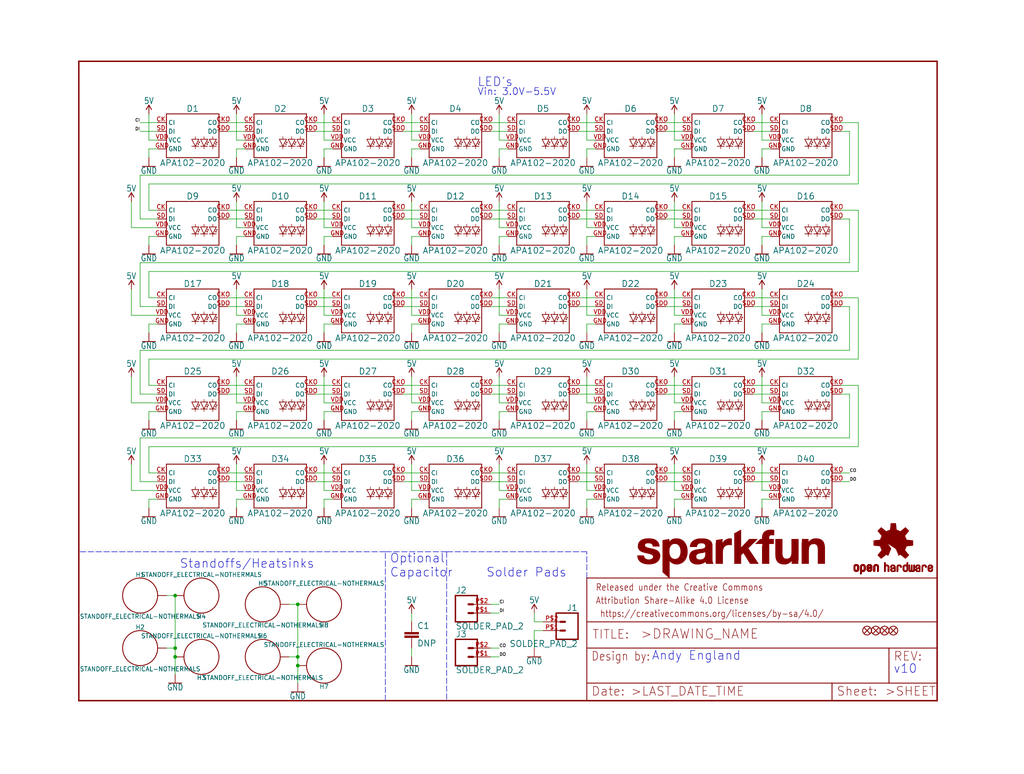
<source format=kicad_sch>
(kicad_sch (version 20211123) (generator eeschema)
  (paper "User" 297.002 224.434)
  (lib_symbols
    (symbol "eagleSchem-eagle-import:4.7UF-1206-16V-(+80{slash}-20%)"
      (property "Reference" "C" (at 1.524 2.921 0))
      (property "Value" "4.7UF-1206-16V-(+80{slash}-20%)" (at 1.524 -2.159 0))
      (symbol "4.7UF-1206-16V-(+80{slash}-20%)_1_0"
        (pin passive line (at 0 5.08 270) (length 2.54) (name "1") (number "1"))
        (pin passive line (at 0 -2.54 90) (length 2.54) (name "2") (number "2"))
      )
    )
    (symbol "eagleSchem-eagle-import:5V" (power)
      (property "Value" "5V" (at 0 2.794 0))
      (symbol "5V_1_0"
        (pin power_in line (at 0 0 90) (length 2.54) (name "5V") (number "1"))
      )
    )
    (symbol "eagleSchem-eagle-import:APA102-2020"
      (property "Reference" "D" (at 0 5.588 0))
      (property "Value" "APA102-2020" (at 0 -10.16 0))
      (symbol "APA102-2020_1_0"
        (pin bidirectional line (at -10.16 2.54 0) (length 2.54) (name "CI") (number "CKI"))
        (pin bidirectional line (at 10.16 2.54 180) (length 2.54) (name "CO") (number "CKO"))
        (pin bidirectional line (at -10.16 -5.08 0) (length 2.54) (name "GND") (number "GND"))
        (pin bidirectional line (at -10.16 0 0) (length 2.54) (name "DI") (number "SDI"))
        (pin bidirectional line (at 10.16 0 180) (length 2.54) (name "DO") (number "SDO"))
        (pin bidirectional line (at -10.16 -2.54 0) (length 2.54) (name "VCC") (number "VDD"))
      )
    )
    (symbol "eagleSchem-eagle-import:FIDUCIALUFIDUCIAL")
    (symbol "eagleSchem-eagle-import:FRAME-LETTER"
      (symbol "FRAME-LETTER_2_0"
        (text " https://creativecommons.org/licenses/by-sa/4.0/" (at 2.54 24.13 0) (effects (font (size 1.9304 1.6408)) (justify left bottom)))
        (text ">DRAWING_NAME" (at 15.494 17.78 0) (effects (font (size 2.7432 2.7432)) (justify left bottom)))
        (text ">LAST_DATE_TIME" (at 12.7 1.27 0) (effects (font (size 2.54 2.54)) (justify left bottom)))
        (text ">SHEET" (at 86.36 1.27 0) (effects (font (size 2.54 2.54)) (justify left bottom)))
        (text "Attribution Share-Alike 4.0 License" (at 2.54 27.94 0) (effects (font (size 1.9304 1.6408)) (justify left bottom)))
        (text "Date:" (at 1.27 1.27 0) (effects (font (size 2.54 2.54)) (justify left bottom)))
        (text "Design by:" (at 1.27 11.43 0) (effects (font (size 2.54 2.159)) (justify left bottom)))
        (text "Released under the Creative Commons" (at 2.54 31.75 0) (effects (font (size 1.9304 1.6408)) (justify left bottom)))
        (text "REV:" (at 88.9 11.43 0) (effects (font (size 2.54 2.54)) (justify left bottom)))
        (text "Sheet:" (at 72.39 1.27 0) (effects (font (size 2.54 2.54)) (justify left bottom)))
        (text "TITLE:" (at 1.524 17.78 0) (effects (font (size 2.54 2.54)) (justify left bottom)))
      )
    )
    (symbol "eagleSchem-eagle-import:GND" (power)
      (property "Value" "GND" (at 0 -0.254 0))
      (symbol "GND_1_0"
        (pin power_in line (at 0 2.54 270) (length 2.54) (name "GND") (number "1"))
      )
    )
    (symbol "eagleSchem-eagle-import:OSHW-LOGOS")
    (symbol "eagleSchem-eagle-import:SFE_LOGO_NAME.1_INCH")
    (symbol "eagleSchem-eagle-import:SOLDER_PAD_2"
      (property "Reference" "J" (at -2.54 5.588 0))
      (property "Value" "SOLDER_PAD_2" (at -2.54 -4.826 0))
      (symbol "SOLDER_PAD_2_1_0"
        (pin passive line (at 7.62 0 180) (length 5.08) (name "1") (number "P$1"))
        (pin passive line (at 7.62 2.54 180) (length 5.08) (name "2") (number "P$2"))
      )
    )
    (symbol "eagleSchem-eagle-import:STANDOFF_ELECTRICAL-NOTHERMALS"
      (property "Reference" "H" (at 0 5.334 0))
      (property "Value" "STANDOFF_ELECTRICAL-NOTHERMALS" (at 0 -5.334 0))
      (symbol "STANDOFF_ELECTRICAL-NOTHERMALS_1_0"
        (pin bidirectional line (at 7.62 0 180) (length 2.54) (name "P$1") (number "P1"))
      )
    )
  )
  (junction (at 50.8 190.5))
  (junction (at 86.36 193.04))
  (junction (at 50.8 172.72))
  (junction (at 50.8 187.96))
  (junction (at 86.36 175.26))
  (junction (at 86.36 190.5))
  (wire (pts (xy 93.98 142.24) (xy 93.98 134.62)))
  (wire (pts (xy 96.52 116.84) (xy 93.98 116.84)))
  (wire (pts (xy 144.78 91.44) (xy 144.78 83.82)))
  (wire (pts (xy 119.38 147.32) (xy 119.38 144.78)))
  (wire (pts (xy 116.84 38.1) (xy 121.92 38.1)))
  (wire (pts (xy 220.98 142.24) (xy 220.98 134.62)))
  (wire (pts (xy 121.92 60.96) (xy 116.84 60.96)))
  (wire (pts (xy 144.78 93.98) (xy 147.32 93.98)))
  (wire (pts (xy 220.98 91.44) (xy 220.98 83.82)))
  (wire (pts (xy 50.8 172.72) (xy 50.8 187.96)))
  (wire (pts (xy 144.78 45.72) (xy 144.78 43.18)))
  (wire (pts (xy 172.72 142.24) (xy 170.18 142.24)))
  (wire (pts (xy 45.72 35.56) (xy 40.64 35.56)))
  (wire (pts (xy 142.24 187.96) (xy 144.78 187.96)))
  (wire (pts (xy 218.44 63.5) (xy 223.52 63.5)))
  (wire (pts (xy 193.04 38.1) (xy 198.12 38.1)))
  (wire (pts (xy 68.58 121.92) (xy 68.58 119.38)))
  (wire (pts (xy 170.18 43.18) (xy 172.72 43.18)))
  (wire (pts (xy 121.92 111.76) (xy 116.84 111.76)))
  (wire (pts (xy 93.98 91.44) (xy 93.98 83.82)))
  (wire (pts (xy 86.36 175.26) (xy 86.36 190.5)))
  (wire (pts (xy 121.92 86.36) (xy 116.84 86.36)))
  (wire (pts (xy 43.18 78.74) (xy 248.92 78.74)))
  (wire (pts (xy 147.32 86.36) (xy 142.24 86.36)))
  (wire (pts (xy 193.04 139.7) (xy 198.12 139.7)))
  (wire (pts (xy 144.78 68.58) (xy 147.32 68.58)))
  (wire (pts (xy 144.78 71.12) (xy 144.78 68.58)))
  (wire (pts (xy 83.82 190.5) (xy 86.36 190.5)))
  (wire (pts (xy 119.38 66.04) (xy 119.38 58.42)))
  (polyline (pts (xy 111.76 203.2) (xy 111.76 160.02)))
  (wire (pts (xy 170.18 93.98) (xy 172.72 93.98)))
  (wire (pts (xy 172.72 60.96) (xy 167.64 60.96)))
  (wire (pts (xy 220.98 43.18) (xy 223.52 43.18)))
  (wire (pts (xy 40.64 101.6) (xy 40.64 114.3)))
  (wire (pts (xy 40.64 114.3) (xy 45.72 114.3)))
  (wire (pts (xy 66.04 63.5) (xy 71.12 63.5)))
  (wire (pts (xy 193.04 114.3) (xy 198.12 114.3)))
  (wire (pts (xy 119.38 91.44) (xy 119.38 83.82)))
  (wire (pts (xy 142.24 139.7) (xy 147.32 139.7)))
  (wire (pts (xy 157.48 180.34) (xy 154.94 180.34)))
  (wire (pts (xy 172.72 116.84) (xy 170.18 116.84)))
  (wire (pts (xy 83.82 175.26) (xy 86.36 175.26)))
  (wire (pts (xy 68.58 71.12) (xy 68.58 68.58)))
  (polyline (pts (xy 170.18 160.02) (xy 129.54 160.02)))
  (wire (pts (xy 220.98 93.98) (xy 223.52 93.98)))
  (wire (pts (xy 66.04 88.9) (xy 71.12 88.9)))
  (wire (pts (xy 223.52 35.56) (xy 218.44 35.56)))
  (wire (pts (xy 144.78 116.84) (xy 144.78 109.22)))
  (wire (pts (xy 93.98 119.38) (xy 96.52 119.38)))
  (wire (pts (xy 144.78 144.78) (xy 147.32 144.78)))
  (wire (pts (xy 218.44 114.3) (xy 223.52 114.3)))
  (wire (pts (xy 43.18 86.36) (xy 43.18 78.74)))
  (wire (pts (xy 43.18 129.54) (xy 248.92 129.54)))
  (wire (pts (xy 223.52 142.24) (xy 220.98 142.24)))
  (wire (pts (xy 43.18 111.76) (xy 43.18 104.14)))
  (wire (pts (xy 147.32 116.84) (xy 144.78 116.84)))
  (wire (pts (xy 248.92 111.76) (xy 243.84 111.76)))
  (wire (pts (xy 116.84 114.3) (xy 121.92 114.3)))
  (wire (pts (xy 121.92 35.56) (xy 116.84 35.56)))
  (wire (pts (xy 71.12 137.16) (xy 66.04 137.16)))
  (wire (pts (xy 246.38 101.6) (xy 40.64 101.6)))
  (wire (pts (xy 195.58 68.58) (xy 198.12 68.58)))
  (wire (pts (xy 220.98 119.38) (xy 223.52 119.38)))
  (wire (pts (xy 68.58 116.84) (xy 68.58 109.22)))
  (wire (pts (xy 93.98 66.04) (xy 93.98 58.42)))
  (wire (pts (xy 119.38 40.64) (xy 119.38 33.02)))
  (wire (pts (xy 91.44 114.3) (xy 96.52 114.3)))
  (wire (pts (xy 167.64 63.5) (xy 172.72 63.5)))
  (wire (pts (xy 170.18 71.12) (xy 170.18 68.58)))
  (wire (pts (xy 68.58 119.38) (xy 71.12 119.38)))
  (wire (pts (xy 248.92 53.34) (xy 248.92 35.56)))
  (wire (pts (xy 119.38 142.24) (xy 119.38 134.62)))
  (wire (pts (xy 170.18 142.24) (xy 170.18 134.62)))
  (wire (pts (xy 246.38 127) (xy 40.64 127)))
  (wire (pts (xy 170.18 45.72) (xy 170.18 43.18)))
  (wire (pts (xy 121.92 142.24) (xy 119.38 142.24)))
  (wire (pts (xy 45.72 38.1) (xy 40.64 38.1)))
  (wire (pts (xy 248.92 60.96) (xy 243.84 60.96)))
  (wire (pts (xy 71.12 111.76) (xy 66.04 111.76)))
  (wire (pts (xy 45.72 111.76) (xy 43.18 111.76)))
  (wire (pts (xy 198.12 91.44) (xy 195.58 91.44)))
  (wire (pts (xy 121.92 91.44) (xy 119.38 91.44)))
  (wire (pts (xy 40.64 88.9) (xy 45.72 88.9)))
  (wire (pts (xy 45.72 137.16) (xy 43.18 137.16)))
  (polyline (pts (xy 129.54 160.02) (xy 111.76 160.02)))
  (wire (pts (xy 147.32 91.44) (xy 144.78 91.44)))
  (wire (pts (xy 170.18 119.38) (xy 172.72 119.38)))
  (wire (pts (xy 144.78 66.04) (xy 144.78 58.42)))
  (wire (pts (xy 71.12 116.84) (xy 68.58 116.84)))
  (wire (pts (xy 172.72 40.64) (xy 170.18 40.64)))
  (wire (pts (xy 246.38 63.5) (xy 246.38 76.2)))
  (wire (pts (xy 45.72 86.36) (xy 43.18 86.36)))
  (wire (pts (xy 119.38 187.96) (xy 119.38 190.5)))
  (wire (pts (xy 172.72 66.04) (xy 170.18 66.04)))
  (wire (pts (xy 96.52 35.56) (xy 91.44 35.56)))
  (wire (pts (xy 43.18 60.96) (xy 43.18 53.34)))
  (wire (pts (xy 43.18 121.92) (xy 43.18 119.38)))
  (wire (pts (xy 38.1 66.04) (xy 38.1 58.42)))
  (wire (pts (xy 142.24 63.5) (xy 147.32 63.5)))
  (wire (pts (xy 223.52 86.36) (xy 218.44 86.36)))
  (wire (pts (xy 66.04 114.3) (xy 71.12 114.3)))
  (wire (pts (xy 116.84 139.7) (xy 121.92 139.7)))
  (wire (pts (xy 220.98 96.52) (xy 220.98 93.98)))
  (wire (pts (xy 144.78 96.52) (xy 144.78 93.98)))
  (wire (pts (xy 50.8 190.5) (xy 50.8 195.58)))
  (wire (pts (xy 243.84 139.7) (xy 246.38 139.7)))
  (wire (pts (xy 198.12 116.84) (xy 195.58 116.84)))
  (wire (pts (xy 195.58 91.44) (xy 195.58 83.82)))
  (wire (pts (xy 248.92 78.74) (xy 248.92 60.96)))
  (wire (pts (xy 71.12 86.36) (xy 66.04 86.36)))
  (wire (pts (xy 246.38 88.9) (xy 246.38 101.6)))
  (wire (pts (xy 198.12 111.76) (xy 193.04 111.76)))
  (wire (pts (xy 96.52 40.64) (xy 93.98 40.64)))
  (wire (pts (xy 43.18 40.64) (xy 43.18 33.02)))
  (wire (pts (xy 119.38 180.34) (xy 119.38 177.8)))
  (wire (pts (xy 223.52 60.96) (xy 218.44 60.96)))
  (wire (pts (xy 195.58 93.98) (xy 198.12 93.98)))
  (wire (pts (xy 246.38 114.3) (xy 246.38 127)))
  (wire (pts (xy 40.64 63.5) (xy 45.72 63.5)))
  (wire (pts (xy 68.58 142.24) (xy 68.58 134.62)))
  (wire (pts (xy 243.84 63.5) (xy 246.38 63.5)))
  (wire (pts (xy 142.24 114.3) (xy 147.32 114.3)))
  (wire (pts (xy 198.12 86.36) (xy 193.04 86.36)))
  (polyline (pts (xy 170.18 167.64) (xy 170.18 160.02)))
  (wire (pts (xy 144.78 142.24) (xy 144.78 134.62)))
  (wire (pts (xy 96.52 111.76) (xy 91.44 111.76)))
  (wire (pts (xy 223.52 111.76) (xy 218.44 111.76)))
  (wire (pts (xy 119.38 45.72) (xy 119.38 43.18)))
  (wire (pts (xy 43.18 147.32) (xy 43.18 144.78)))
  (wire (pts (xy 243.84 38.1) (xy 246.38 38.1)))
  (wire (pts (xy 172.72 91.44) (xy 170.18 91.44)))
  (wire (pts (xy 248.92 35.56) (xy 243.84 35.56)))
  (wire (pts (xy 170.18 96.52) (xy 170.18 93.98)))
  (wire (pts (xy 119.38 144.78) (xy 121.92 144.78)))
  (wire (pts (xy 142.24 175.26) (xy 144.78 175.26)))
  (wire (pts (xy 116.84 63.5) (xy 121.92 63.5)))
  (wire (pts (xy 40.64 127) (xy 40.64 139.7)))
  (wire (pts (xy 66.04 38.1) (xy 71.12 38.1)))
  (wire (pts (xy 172.72 86.36) (xy 167.64 86.36)))
  (wire (pts (xy 170.18 121.92) (xy 170.18 119.38)))
  (wire (pts (xy 38.1 142.24) (xy 38.1 134.62)))
  (wire (pts (xy 93.98 121.92) (xy 93.98 119.38)))
  (wire (pts (xy 93.98 93.98) (xy 93.98 96.52)))
  (wire (pts (xy 193.04 63.5) (xy 198.12 63.5)))
  (wire (pts (xy 220.98 66.04) (xy 220.98 58.42)))
  (wire (pts (xy 223.52 66.04) (xy 220.98 66.04)))
  (wire (pts (xy 220.98 144.78) (xy 223.52 144.78)))
  (wire (pts (xy 195.58 45.72) (xy 195.58 43.18)))
  (wire (pts (xy 147.32 66.04) (xy 144.78 66.04)))
  (wire (pts (xy 121.92 40.64) (xy 119.38 40.64)))
  (wire (pts (xy 119.38 96.52) (xy 119.38 93.98)))
  (wire (pts (xy 68.58 93.98) (xy 71.12 93.98)))
  (wire (pts (xy 223.52 116.84) (xy 220.98 116.84)))
  (wire (pts (xy 96.52 93.98) (xy 93.98 93.98)))
  (wire (pts (xy 142.24 190.5) (xy 144.78 190.5)))
  (wire (pts (xy 43.18 104.14) (xy 248.92 104.14)))
  (wire (pts (xy 218.44 88.9) (xy 223.52 88.9)))
  (wire (pts (xy 248.92 86.36) (xy 243.84 86.36)))
  (wire (pts (xy 144.78 119.38) (xy 147.32 119.38)))
  (wire (pts (xy 147.32 40.64) (xy 144.78 40.64)))
  (wire (pts (xy 198.12 40.64) (xy 195.58 40.64)))
  (wire (pts (xy 119.38 119.38) (xy 121.92 119.38)))
  (wire (pts (xy 223.52 40.64) (xy 220.98 40.64)))
  (wire (pts (xy 93.98 43.18) (xy 96.52 43.18)))
  (wire (pts (xy 172.72 35.56) (xy 167.64 35.56)))
  (wire (pts (xy 170.18 147.32) (xy 170.18 144.78)))
  (polyline (pts (xy 129.54 160.02) (xy 129.54 203.2)))
  (wire (pts (xy 68.58 66.04) (xy 68.58 58.42)))
  (wire (pts (xy 45.72 60.96) (xy 43.18 60.96)))
  (wire (pts (xy 40.64 76.2) (xy 40.64 88.9)))
  (wire (pts (xy 154.94 180.34) (xy 154.94 177.8)))
  (wire (pts (xy 68.58 144.78) (xy 71.12 144.78)))
  (wire (pts (xy 43.18 144.78) (xy 45.72 144.78)))
  (wire (pts (xy 96.52 137.16) (xy 91.44 137.16)))
  (wire (pts (xy 195.58 40.64) (xy 195.58 33.02)))
  (wire (pts (xy 119.38 121.92) (xy 119.38 119.38)))
  (wire (pts (xy 144.78 147.32) (xy 144.78 144.78)))
  (wire (pts (xy 144.78 43.18) (xy 147.32 43.18)))
  (wire (pts (xy 86.36 190.5) (xy 86.36 193.04)))
  (wire (pts (xy 246.38 38.1) (xy 246.38 50.8)))
  (wire (pts (xy 246.38 50.8) (xy 40.64 50.8)))
  (wire (pts (xy 45.72 116.84) (xy 38.1 116.84)))
  (wire (pts (xy 195.58 142.24) (xy 195.58 134.62)))
  (wire (pts (xy 195.58 96.52) (xy 195.58 93.98)))
  (wire (pts (xy 116.84 88.9) (xy 121.92 88.9)))
  (wire (pts (xy 246.38 76.2) (xy 40.64 76.2)))
  (wire (pts (xy 45.72 40.64) (xy 43.18 40.64)))
  (wire (pts (xy 198.12 137.16) (xy 193.04 137.16)))
  (wire (pts (xy 223.52 137.16) (xy 218.44 137.16)))
  (wire (pts (xy 195.58 43.18) (xy 198.12 43.18)))
  (wire (pts (xy 198.12 142.24) (xy 195.58 142.24)))
  (wire (pts (xy 248.92 129.54) (xy 248.92 111.76)))
  (wire (pts (xy 170.18 40.64) (xy 170.18 33.02)))
  (wire (pts (xy 91.44 88.9) (xy 96.52 88.9)))
  (wire (pts (xy 243.84 137.16) (xy 246.38 137.16)))
  (wire (pts (xy 195.58 147.32) (xy 195.58 144.78)))
  (wire (pts (xy 48.26 187.96) (xy 50.8 187.96)))
  (wire (pts (xy 220.98 116.84) (xy 220.98 109.22)))
  (wire (pts (xy 142.24 38.1) (xy 147.32 38.1)))
  (wire (pts (xy 218.44 139.7) (xy 223.52 139.7)))
  (wire (pts (xy 93.98 45.72) (xy 93.98 43.18)))
  (wire (pts (xy 50.8 187.96) (xy 50.8 190.5)))
  (wire (pts (xy 220.98 147.32) (xy 220.98 144.78)))
  (wire (pts (xy 66.04 139.7) (xy 71.12 139.7)))
  (wire (pts (xy 157.48 182.88) (xy 154.94 182.88)))
  (wire (pts (xy 43.18 137.16) (xy 43.18 129.54)))
  (wire (pts (xy 68.58 96.52) (xy 68.58 93.98)))
  (wire (pts (xy 96.52 66.04) (xy 93.98 66.04)))
  (wire (pts (xy 167.64 139.7) (xy 172.72 139.7)))
  (wire (pts (xy 195.58 144.78) (xy 198.12 144.78)))
  (wire (pts (xy 68.58 147.32) (xy 68.58 144.78)))
  (wire (pts (xy 220.98 121.92) (xy 220.98 119.38)))
  (wire (pts (xy 68.58 68.58) (xy 71.12 68.58)))
  (wire (pts (xy 147.32 111.76) (xy 142.24 111.76)))
  (wire (pts (xy 68.58 91.44) (xy 68.58 83.82)))
  (wire (pts (xy 243.84 88.9) (xy 246.38 88.9)))
  (wire (pts (xy 71.12 40.64) (xy 68.58 40.64)))
  (wire (pts (xy 121.92 137.16) (xy 116.84 137.16)))
  (wire (pts (xy 91.44 38.1) (xy 96.52 38.1)))
  (wire (pts (xy 40.64 50.8) (xy 40.64 63.5)))
  (wire (pts (xy 142.24 88.9) (xy 147.32 88.9)))
  (wire (pts (xy 170.18 144.78) (xy 172.72 144.78)))
  (wire (pts (xy 154.94 182.88) (xy 154.94 187.96)))
  (wire (pts (xy 68.58 43.18) (xy 71.12 43.18)))
  (wire (pts (xy 147.32 60.96) (xy 142.24 60.96)))
  (wire (pts (xy 195.58 121.92) (xy 195.58 119.38)))
  (wire (pts (xy 220.98 45.72) (xy 220.98 43.18)))
  (wire (pts (xy 71.12 35.56) (xy 66.04 35.56)))
  (wire (pts (xy 93.98 144.78) (xy 96.52 144.78)))
  (wire (pts (xy 96.52 142.24) (xy 93.98 142.24)))
  (wire (pts (xy 220.98 71.12) (xy 220.98 68.58)))
  (wire (pts (xy 96.52 86.36) (xy 91.44 86.36)))
  (wire (pts (xy 91.44 63.5) (xy 96.52 63.5)))
  (wire (pts (xy 96.52 91.44) (xy 93.98 91.44)))
  (wire (pts (xy 167.64 114.3) (xy 172.72 114.3)))
  (wire (pts (xy 170.18 91.44) (xy 170.18 83.82)))
  (wire (pts (xy 147.32 137.16) (xy 142.24 137.16)))
  (wire (pts (xy 93.98 147.32) (xy 93.98 144.78)))
  (wire (pts (xy 93.98 71.12) (xy 93.98 68.58)))
  (wire (pts (xy 142.24 177.8) (xy 144.78 177.8)))
  (wire (pts (xy 144.78 40.64) (xy 144.78 33.02)))
  (wire (pts (xy 170.18 66.04) (xy 170.18 58.42)))
  (wire (pts (xy 195.58 66.04) (xy 195.58 58.42)))
  (wire (pts (xy 43.18 68.58) (xy 45.72 68.58)))
  (wire (pts (xy 220.98 68.58) (xy 223.52 68.58)))
  (wire (pts (xy 71.12 142.24) (xy 68.58 142.24)))
  (wire (pts (xy 170.18 68.58) (xy 172.72 68.58)))
  (wire (pts (xy 119.38 116.84) (xy 119.38 109.22)))
  (wire (pts (xy 71.12 66.04) (xy 68.58 66.04)))
  (wire (pts (xy 223.52 91.44) (xy 220.98 91.44)))
  (wire (pts (xy 121.92 116.84) (xy 119.38 116.84)))
  (wire (pts (xy 43.18 96.52) (xy 43.18 93.98)))
  (wire (pts (xy 167.64 38.1) (xy 172.72 38.1)))
  (polyline (pts (xy 111.76 160.02) (xy 22.86 160.02)))
  (wire (pts (xy 172.72 137.16) (xy 167.64 137.16)))
  (wire (pts (xy 218.44 38.1) (xy 223.52 38.1)))
  (wire (pts (xy 86.36 193.04) (xy 86.36 198.12)))
  (wire (pts (xy 68.58 40.64) (xy 68.58 33.02)))
  (wire (pts (xy 198.12 60.96) (xy 193.04 60.96)))
  (wire (pts (xy 68.58 45.72) (xy 68.58 43.18)))
  (wire (pts (xy 45.72 142.24) (xy 38.1 142.24)))
  (wire (pts (xy 43.18 71.12) (xy 43.18 68.58)))
  (wire (pts (xy 45.72 91.44) (xy 38.1 91.44)))
  (wire (pts (xy 71.12 60.96) (xy 66.04 60.96)))
  (wire (pts (xy 198.12 66.04) (xy 195.58 66.04)))
  (wire (pts (xy 43.18 93.98) (xy 45.72 93.98)))
  (wire (pts (xy 96.52 60.96) (xy 91.44 60.96)))
  (wire (pts (xy 119.38 93.98) (xy 121.92 93.98)))
  (wire (pts (xy 93.98 116.84) (xy 93.98 109.22)))
  (wire (pts (xy 220.98 40.64) (xy 220.98 33.02)))
  (wire (pts (xy 248.92 104.14) (xy 248.92 86.36)))
  (wire (pts (xy 48.26 172.72) (xy 50.8 172.72)))
  (wire (pts (xy 144.78 121.92) (xy 144.78 119.38)))
  (wire (pts (xy 119.38 43.18) (xy 121.92 43.18)))
  (wire (pts (xy 43.18 43.18) (xy 45.72 43.18)))
  (wire (pts (xy 195.58 119.38) (xy 198.12 119.38)))
  (wire (pts (xy 43.18 53.34) (xy 248.92 53.34)))
  (wire (pts (xy 91.44 139.7) (xy 96.52 139.7)))
  (wire (pts (xy 40.64 139.7) (xy 45.72 139.7)))
  (wire (pts (xy 193.04 88.9) (xy 198.12 88.9)))
  (wire (pts (xy 119.38 71.12) (xy 119.38 68.58)))
  (wire (pts (xy 172.72 111.76) (xy 167.64 111.76)))
  (wire (pts (xy 43.18 45.72) (xy 43.18 43.18)))
  (wire (pts (xy 93.98 68.58) (xy 96.52 68.58)))
  (wire (pts (xy 195.58 71.12) (xy 195.58 68.58)))
  (wire (pts (xy 93.98 40.64) (xy 93.98 33.02)))
  (wire (pts (xy 147.32 35.56) (xy 142.24 35.56)))
  (wire (pts (xy 147.32 142.24) (xy 144.78 142.24)))
  (wire (pts (xy 198.12 35.56) (xy 193.04 35.56)))
  (wire (pts (xy 167.64 88.9) (xy 172.72 88.9)))
  (wire (pts (xy 121.92 66.04) (xy 119.38 66.04)))
  (wire (pts (xy 38.1 91.44) (xy 38.1 83.82)))
  (wire (pts (xy 45.72 66.04) (xy 38.1 66.04)))
  (wire (pts (xy 170.18 116.84) (xy 170.18 109.22)))
  (wire (pts (xy 71.12 91.44) (xy 68.58 91.44)))
  (wire (pts (xy 43.18 119.38) (xy 45.72 119.38)))
  (wire (pts (xy 119.38 68.58) (xy 121.92 68.58)))
  (wire (pts (xy 243.84 114.3) (xy 246.38 114.3)))
  (wire (pts (xy 195.58 116.84) (xy 195.58 109.22)))
  (wire (pts (xy 38.1 116.84) (xy 38.1 109.22)))
  (text "v10" (at 259.08 195.58 180) (effects (font (size 2.54 2.54)) (justify left bottom)))
  (text "Vin: 3.0V-5.5V" (at 138.43 27.94 180) (effects (font (size 2.032 2.032)) (justify left bottom)))
  (text "Solder Pads" (at 140.97 167.64 180) (effects (font (size 2.54 2.54)) (justify left bottom)))
  (text "LED's" (at 138.43 25.4 180) (effects (font (size 2.54 2.54)) (justify left bottom)))
  (text "Standoffs/Heatsinks" (at 52.07 165.1 180) (effects (font (size 2.54 2.54)) (justify left bottom)))
  (text "Optional\nCapacitor" (at 113.03 167.64 180) (effects (font (size 2.54 2.54)) (justify left bottom)))
  (text "Andy England" (at 188.976 191.77 180) (effects (font (size 2.54 2.54)) (justify left bottom)))
  (label "CI" (at 144.78 175.26 0) (effects (font (size 0.889 0.889))))
  (label "CO" (at 144.78 187.96 0) (effects (font (size 0.889 0.889))))
  (label "CO" (at 246.38 137.16 0) (effects (font (size 0.889 0.889))))
  (label "DI" (at 144.78 177.8 0) (effects (font (size 0.889 0.889))))
  (label "DO" (at 144.78 190.5 0) (effects (font (size 0.889 0.889))))
  (label "DO" (at 246.38 139.7 0) (effects (font (size 0.889 0.889))))
  (label "DI" (at 40.64 38.1 180) (effects (font (size 0.889 0.889))))
  (label "CI" (at 40.64 35.56 180) (effects (font (size 0.889 0.889))))
  (symbol (lib_id "eagleSchem-eagle-import:APA102-2020") (at 106.68 63.5 0) (unit 1)
    (property "Reference" "D11" (at 106.68 57.912 0) (effects (font (size 1.778 1.778)) (justify bottom)))
    (property "Value" "APA102-2020" (at 106.68 73.66 0) (effects (font (size 1.778 1.778)) (justify bottom)))
    (property "Footprint" "eagleSchem:APA102-2020" (effects hide))
  )
  (symbol (lib_id "eagleSchem-eagle-import:APA102-2020") (at 157.48 88.9 0) (unit 1)
    (property "Reference" "D21" (at 157.48 83.312 0) (effects (font (size 1.778 1.778)) (justify bottom)))
    (property "Value" "APA102-2020" (at 157.48 99.06 0) (effects (font (size 1.778 1.778)) (justify bottom)))
    (property "Footprint" "eagleSchem:APA102-2020" (effects hide))
  )
  (symbol (lib_id "eagleSchem-eagle-import:5V") (at 195.58 134.62 0) (unit 1)
    (property "Reference" "#SUPPLY40" (effects hide))
    (property "Value" "5V" (at 195.58 131.826 0) (effects (font (size 1.778 1.5113)) (justify bottom)))
    (property "Footprint" "eagleSchem:" (effects hide))
  )
  (symbol (lib_id "eagleSchem-eagle-import:GND") (at 195.58 99.06 0) (unit 1)
    (property "Reference" "#GND24" (effects hide))
    (property "Value" "GND" (at 195.58 99.314 0) (effects (font (size 1.778 1.5113)) (justify top)))
    (property "Footprint" "eagleSchem:" (effects hide))
  )
  (symbol (lib_id "eagleSchem-eagle-import:GND") (at 119.38 99.06 0) (unit 1)
    (property "Reference" "#GND21" (effects hide))
    (property "Value" "GND" (at 119.38 99.314 0) (effects (font (size 1.778 1.5113)) (justify top)))
    (property "Footprint" "eagleSchem:" (effects hide))
  )
  (symbol (lib_id "eagleSchem-eagle-import:GND") (at 68.58 99.06 0) (unit 1)
    (property "Reference" "#GND19" (effects hide))
    (property "Value" "GND" (at 68.58 99.314 0) (effects (font (size 1.778 1.5113)) (justify top)))
    (property "Footprint" "eagleSchem:" (effects hide))
  )
  (symbol (lib_id "eagleSchem-eagle-import:5V") (at 93.98 58.42 0) (unit 1)
    (property "Reference" "#SUPPLY11" (effects hide))
    (property "Value" "5V" (at 93.98 55.626 0) (effects (font (size 1.778 1.5113)) (justify bottom)))
    (property "Footprint" "eagleSchem:" (effects hide))
  )
  (symbol (lib_id "eagleSchem-eagle-import:GND") (at 119.38 73.66 0) (unit 1)
    (property "Reference" "#GND12" (effects hide))
    (property "Value" "GND" (at 119.38 73.914 0) (effects (font (size 1.778 1.5113)) (justify top)))
    (property "Footprint" "eagleSchem:" (effects hide))
  )
  (symbol (lib_id "eagleSchem-eagle-import:GND") (at 43.18 99.06 0) (unit 1)
    (property "Reference" "#GND18" (effects hide))
    (property "Value" "GND" (at 43.18 99.314 0) (effects (font (size 1.778 1.5113)) (justify top)))
    (property "Footprint" "eagleSchem:" (effects hide))
  )
  (symbol (lib_id "eagleSchem-eagle-import:STANDOFF_ELECTRICAL-NOTHERMALS") (at 93.98 175.26 180) (unit 1)
    (property "Reference" "H8" (at 93.98 180.594 0) (effects (justify bottom)))
    (property "Value" "STANDOFF_ELECTRICAL-NOTHERMALS" (at 93.98 169.926 0) (effects (justify top)))
    (property "Footprint" "eagleSchem:STANDOFF-ELECTRICAL-NOTHERMALS" (effects hide))
  )
  (symbol (lib_id "eagleSchem-eagle-import:GND") (at 170.18 73.66 0) (unit 1)
    (property "Reference" "#GND14" (effects hide))
    (property "Value" "GND" (at 170.18 73.914 0) (effects (font (size 1.778 1.5113)) (justify top)))
    (property "Footprint" "eagleSchem:" (effects hide))
  )
  (symbol (lib_id "eagleSchem-eagle-import:GND") (at 93.98 48.26 0) (unit 1)
    (property "Reference" "#GND3" (effects hide))
    (property "Value" "GND" (at 93.98 48.514 0) (effects (font (size 1.778 1.5113)) (justify top)))
    (property "Footprint" "eagleSchem:" (effects hide))
  )
  (symbol (lib_id "eagleSchem-eagle-import:APA102-2020") (at 132.08 114.3 0) (unit 1)
    (property "Reference" "D28" (at 132.08 108.712 0) (effects (font (size 1.778 1.778)) (justify bottom)))
    (property "Value" "APA102-2020" (at 132.08 124.46 0) (effects (font (size 1.778 1.778)) (justify bottom)))
    (property "Footprint" "eagleSchem:APA102-2020" (effects hide))
  )
  (symbol (lib_id "eagleSchem-eagle-import:5V") (at 93.98 109.22 0) (unit 1)
    (property "Reference" "#SUPPLY28" (effects hide))
    (property "Value" "5V" (at 93.98 106.426 0) (effects (font (size 1.778 1.5113)) (justify bottom)))
    (property "Footprint" "eagleSchem:" (effects hide))
  )
  (symbol (lib_id "eagleSchem-eagle-import:5V") (at 93.98 134.62 0) (unit 1)
    (property "Reference" "#SUPPLY36" (effects hide))
    (property "Value" "5V" (at 93.98 131.826 0) (effects (font (size 1.778 1.5113)) (justify bottom)))
    (property "Footprint" "eagleSchem:" (effects hide))
  )
  (symbol (lib_id "eagleSchem-eagle-import:5V") (at 119.38 109.22 0) (unit 1)
    (property "Reference" "#SUPPLY29" (effects hide))
    (property "Value" "5V" (at 119.38 106.426 0) (effects (font (size 1.778 1.5113)) (justify bottom)))
    (property "Footprint" "eagleSchem:" (effects hide))
  )
  (symbol (lib_id "eagleSchem-eagle-import:APA102-2020") (at 132.08 139.7 0) (unit 1)
    (property "Reference" "D36" (at 132.08 134.112 0) (effects (font (size 1.778 1.778)) (justify bottom)))
    (property "Value" "APA102-2020" (at 132.08 149.86 0) (effects (font (size 1.778 1.778)) (justify bottom)))
    (property "Footprint" "eagleSchem:APA102-2020" (effects hide))
  )
  (symbol (lib_id "eagleSchem-eagle-import:5V") (at 170.18 83.82 0) (unit 1)
    (property "Reference" "#SUPPLY23" (effects hide))
    (property "Value" "5V" (at 170.18 81.026 0) (effects (font (size 1.778 1.5113)) (justify bottom)))
    (property "Footprint" "eagleSchem:" (effects hide))
  )
  (symbol (lib_id "eagleSchem-eagle-import:5V") (at 144.78 58.42 0) (unit 1)
    (property "Reference" "#SUPPLY13" (effects hide))
    (property "Value" "5V" (at 144.78 55.626 0) (effects (font (size 1.778 1.5113)) (justify bottom)))
    (property "Footprint" "eagleSchem:" (effects hide))
  )
  (symbol (lib_id "eagleSchem-eagle-import:5V") (at 119.38 83.82 0) (unit 1)
    (property "Reference" "#SUPPLY21" (effects hide))
    (property "Value" "5V" (at 119.38 81.026 0) (effects (font (size 1.778 1.5113)) (justify bottom)))
    (property "Footprint" "eagleSchem:" (effects hide))
  )
  (symbol (lib_id "eagleSchem-eagle-import:APA102-2020") (at 55.88 139.7 0) (unit 1)
    (property "Reference" "D33" (at 55.88 134.112 0) (effects (font (size 1.778 1.778)) (justify bottom)))
    (property "Value" "APA102-2020" (at 55.88 149.86 0) (effects (font (size 1.778 1.778)) (justify bottom)))
    (property "Footprint" "eagleSchem:APA102-2020" (effects hide))
  )
  (symbol (lib_id "eagleSchem-eagle-import:GND") (at 119.38 149.86 0) (unit 1)
    (property "Reference" "#GND37" (effects hide))
    (property "Value" "GND" (at 119.38 150.114 0) (effects (font (size 1.778 1.5113)) (justify top)))
    (property "Footprint" "eagleSchem:" (effects hide))
  )
  (symbol (lib_id "eagleSchem-eagle-import:5V") (at 144.78 109.22 0) (unit 1)
    (property "Reference" "#SUPPLY30" (effects hide))
    (property "Value" "5V" (at 144.78 106.426 0) (effects (font (size 1.778 1.5113)) (justify bottom)))
    (property "Footprint" "eagleSchem:" (effects hide))
  )
  (symbol (lib_id "eagleSchem-eagle-import:STANDOFF_ELECTRICAL-NOTHERMALS") (at 40.64 172.72 0) (unit 1)
    (property "Reference" "H1" (at 40.64 167.386 0) (effects (justify bottom)))
    (property "Value" "STANDOFF_ELECTRICAL-NOTHERMALS" (at 40.64 178.054 0) (effects (justify top)))
    (property "Footprint" "eagleSchem:STANDOFF-ELECTRICAL-NOTHERMALS" (effects hide))
  )
  (symbol (lib_id "eagleSchem-eagle-import:APA102-2020") (at 182.88 139.7 0) (unit 1)
    (property "Reference" "D38" (at 182.88 134.112 0) (effects (font (size 1.778 1.778)) (justify bottom)))
    (property "Value" "APA102-2020" (at 182.88 149.86 0) (effects (font (size 1.778 1.778)) (justify bottom)))
    (property "Footprint" "eagleSchem:APA102-2020" (effects hide))
  )
  (symbol (lib_id "eagleSchem-eagle-import:GND") (at 93.98 73.66 0) (unit 1)
    (property "Reference" "#GND11" (effects hide))
    (property "Value" "GND" (at 93.98 73.914 0) (effects (font (size 1.778 1.5113)) (justify top)))
    (property "Footprint" "eagleSchem:" (effects hide))
  )
  (symbol (lib_id "eagleSchem-eagle-import:5V") (at 38.1 134.62 0) (unit 1)
    (property "Reference" "#SUPPLY34" (effects hide))
    (property "Value" "5V" (at 38.1 131.826 0) (effects (font (size 1.778 1.5113)) (justify bottom)))
    (property "Footprint" "eagleSchem:" (effects hide))
  )
  (symbol (lib_id "eagleSchem-eagle-import:GND") (at 220.98 73.66 0) (unit 1)
    (property "Reference" "#GND16" (effects hide))
    (property "Value" "GND" (at 220.98 73.914 0) (effects (font (size 1.778 1.5113)) (justify top)))
    (property "Footprint" "eagleSchem:" (effects hide))
  )
  (symbol (lib_id "eagleSchem-eagle-import:STANDOFF_ELECTRICAL-NOTHERMALS") (at 40.64 187.96 0) (unit 1)
    (property "Reference" "H2" (at 40.64 182.626 0) (effects (justify bottom)))
    (property "Value" "STANDOFF_ELECTRICAL-NOTHERMALS" (at 40.64 193.294 0) (effects (justify top)))
    (property "Footprint" "eagleSchem:STANDOFF-ELECTRICAL-NOTHERMALS" (effects hide))
  )
  (symbol (lib_id "eagleSchem-eagle-import:GND") (at 144.78 48.26 0) (unit 1)
    (property "Reference" "#GND5" (effects hide))
    (property "Value" "GND" (at 144.78 48.514 0) (effects (font (size 1.778 1.5113)) (justify top)))
    (property "Footprint" "eagleSchem:" (effects hide))
  )
  (symbol (lib_id "eagleSchem-eagle-import:APA102-2020") (at 233.68 63.5 0) (unit 1)
    (property "Reference" "D16" (at 233.68 57.912 0) (effects (font (size 1.778 1.778)) (justify bottom)))
    (property "Value" "APA102-2020" (at 233.68 73.66 0) (effects (font (size 1.778 1.778)) (justify bottom)))
    (property "Footprint" "eagleSchem:APA102-2020" (effects hide))
  )
  (symbol (lib_id "eagleSchem-eagle-import:5V") (at 220.98 134.62 0) (unit 1)
    (property "Reference" "#SUPPLY41" (effects hide))
    (property "Value" "5V" (at 220.98 131.826 0) (effects (font (size 1.778 1.5113)) (justify bottom)))
    (property "Footprint" "eagleSchem:" (effects hide))
  )
  (symbol (lib_id "eagleSchem-eagle-import:SOLDER_PAD_2") (at 134.62 177.8 0) (unit 1)
    (property "Reference" "J2" (at 132.08 172.212 0) (effects (font (size 1.778 1.778)) (justify left bottom)))
    (property "Value" "SOLDER_PAD_2" (at 132.08 182.626 0) (effects (font (size 1.778 1.778)) (justify left bottom)))
    (property "Footprint" "eagleSchem:SOLDER_PAD_2" (effects hide))
  )
  (symbol (lib_id "eagleSchem-eagle-import:GND") (at 220.98 48.26 0) (unit 1)
    (property "Reference" "#GND8" (effects hide))
    (property "Value" "GND" (at 220.98 48.514 0) (effects (font (size 1.778 1.5113)) (justify top)))
    (property "Footprint" "eagleSchem:" (effects hide))
  )
  (symbol (lib_id "eagleSchem-eagle-import:APA102-2020") (at 208.28 139.7 0) (unit 1)
    (property "Reference" "D39" (at 208.28 134.112 0) (effects (font (size 1.778 1.778)) (justify bottom)))
    (property "Value" "APA102-2020" (at 208.28 149.86 0) (effects (font (size 1.778 1.778)) (justify bottom)))
    (property "Footprint" "eagleSchem:APA102-2020" (effects hide))
  )
  (symbol (lib_id "eagleSchem-eagle-import:5V") (at 220.98 33.02 0) (unit 1)
    (property "Reference" "#SUPPLY8" (effects hide))
    (property "Value" "5V" (at 220.98 30.226 0) (effects (font (size 1.778 1.5113)) (justify bottom)))
    (property "Footprint" "eagleSchem:" (effects hide))
  )
  (symbol (lib_id "eagleSchem-eagle-import:APA102-2020") (at 81.28 63.5 0) (unit 1)
    (property "Reference" "D10" (at 81.28 57.912 0) (effects (font (size 1.778 1.778)) (justify bottom)))
    (property "Value" "APA102-2020" (at 81.28 73.66 0) (effects (font (size 1.778 1.778)) (justify bottom)))
    (property "Footprint" "eagleSchem:APA102-2020" (effects hide))
  )
  (symbol (lib_id "eagleSchem-eagle-import:GND") (at 170.18 124.46 0) (unit 1)
    (property "Reference" "#GND31" (effects hide))
    (property "Value" "GND" (at 170.18 124.714 0) (effects (font (size 1.778 1.5113)) (justify top)))
    (property "Footprint" "eagleSchem:" (effects hide))
  )
  (symbol (lib_id "eagleSchem-eagle-import:5V") (at 68.58 134.62 0) (unit 1)
    (property "Reference" "#SUPPLY35" (effects hide))
    (property "Value" "5V" (at 68.58 131.826 0) (effects (font (size 1.778 1.5113)) (justify bottom)))
    (property "Footprint" "eagleSchem:" (effects hide))
  )
  (symbol (lib_id "eagleSchem-eagle-import:GND") (at 144.78 73.66 0) (unit 1)
    (property "Reference" "#GND13" (effects hide))
    (property "Value" "GND" (at 144.78 73.914 0) (effects (font (size 1.778 1.5113)) (justify top)))
    (property "Footprint" "eagleSchem:" (effects hide))
  )
  (symbol (lib_id "eagleSchem-eagle-import:GND") (at 119.38 48.26 0) (unit 1)
    (property "Reference" "#GND4" (effects hide))
    (property "Value" "GND" (at 119.38 48.514 0) (effects (font (size 1.778 1.5113)) (justify top)))
    (property "Footprint" "eagleSchem:" (effects hide))
  )
  (symbol (lib_id "eagleSchem-eagle-import:5V") (at 119.38 177.8 0) (unit 1)
    (property "Reference" "#SUPPLY17" (effects hide))
    (property "Value" "5V" (at 119.38 175.006 0) (effects (font (size 1.778 1.5113)) (justify bottom)))
    (property "Footprint" "eagleSchem:" (effects hide))
  )
  (symbol (lib_id "eagleSchem-eagle-import:GND") (at 195.58 48.26 0) (unit 1)
    (property "Reference" "#GND7" (effects hide))
    (property "Value" "GND" (at 195.58 48.514 0) (effects (font (size 1.778 1.5113)) (justify top)))
    (property "Footprint" "eagleSchem:" (effects hide))
  )
  (symbol (lib_id "eagleSchem-eagle-import:APA102-2020") (at 157.48 139.7 0) (unit 1)
    (property "Reference" "D37" (at 157.48 134.112 0) (effects (font (size 1.778 1.778)) (justify bottom)))
    (property "Value" "APA102-2020" (at 157.48 149.86 0) (effects (font (size 1.778 1.778)) (justify bottom)))
    (property "Footprint" "eagleSchem:APA102-2020" (effects hide))
  )
  (symbol (lib_id "eagleSchem-eagle-import:APA102-2020") (at 182.88 63.5 0) (unit 1)
    (property "Reference" "D14" (at 182.88 57.912 0) (effects (font (size 1.778 1.778)) (justify bottom)))
    (property "Value" "APA102-2020" (at 182.88 73.66 0) (effects (font (size 1.778 1.778)) (justify bottom)))
    (property "Footprint" "eagleSchem:APA102-2020" (effects hide))
  )
  (symbol (lib_id "eagleSchem-eagle-import:GND") (at 86.36 200.66 0) (unit 1)
    (property "Reference" "#GND43" (effects hide))
    (property "Value" "GND" (at 86.36 200.914 0) (effects (font (size 1.778 1.5113)) (justify top)))
    (property "Footprint" "eagleSchem:" (effects hide))
  )
  (symbol (lib_id "eagleSchem-eagle-import:5V") (at 154.94 177.8 0) (unit 1)
    (property "Reference" "#SUPPLY42" (effects hide))
    (property "Value" "5V" (at 154.94 175.006 0) (effects (font (size 1.778 1.5113)) (justify bottom)))
    (property "Footprint" "eagleSchem:" (effects hide))
  )
  (symbol (lib_id "eagleSchem-eagle-import:SOLDER_PAD_2") (at 134.62 190.5 0) (unit 1)
    (property "Reference" "J3" (at 132.08 184.912 0) (effects (font (size 1.778 1.778)) (justify left bottom)))
    (property "Value" "SOLDER_PAD_2" (at 132.08 195.326 0) (effects (font (size 1.778 1.778)) (justify left bottom)))
    (property "Footprint" "eagleSchem:SOLDER_PAD_2" (effects hide))
  )
  (symbol (lib_id "eagleSchem-eagle-import:5V") (at 220.98 109.22 0) (unit 1)
    (property "Reference" "#SUPPLY33" (effects hide))
    (property "Value" "5V" (at 220.98 106.426 0) (effects (font (size 1.778 1.5113)) (justify bottom)))
    (property "Footprint" "eagleSchem:" (effects hide))
  )
  (symbol (lib_id "eagleSchem-eagle-import:GND") (at 119.38 193.04 0) (unit 1)
    (property "Reference" "#GND42" (effects hide))
    (property "Value" "GND" (at 119.38 193.294 0) (effects (font (size 1.778 1.5113)) (justify top)))
    (property "Footprint" "eagleSchem:" (effects hide))
  )
  (symbol (lib_id "eagleSchem-eagle-import:5V") (at 119.38 134.62 0) (unit 1)
    (property "Reference" "#SUPPLY37" (effects hide))
    (property "Value" "5V" (at 119.38 131.826 0) (effects (font (size 1.778 1.5113)) (justify bottom)))
    (property "Footprint" "eagleSchem:" (effects hide))
  )
  (symbol (lib_id "eagleSchem-eagle-import:GND") (at 93.98 149.86 0) (unit 1)
    (property "Reference" "#GND36" (effects hide))
    (property "Value" "GND" (at 93.98 150.114 0) (effects (font (size 1.778 1.5113)) (justify top)))
    (property "Footprint" "eagleSchem:" (effects hide))
  )
  (symbol (lib_id "eagleSchem-eagle-import:APA102-2020") (at 208.28 114.3 0) (unit 1)
    (property "Reference" "D31" (at 208.28 108.712 0) (effects (font (size 1.778 1.778)) (justify bottom)))
    (property "Value" "APA102-2020" (at 208.28 124.46 0) (effects (font (size 1.778 1.778)) (justify bottom)))
    (property "Footprint" "eagleSchem:APA102-2020" (effects hide))
  )
  (symbol (lib_id "eagleSchem-eagle-import:5V") (at 170.18 109.22 0) (unit 1)
    (property "Reference" "#SUPPLY31" (effects hide))
    (property "Value" "5V" (at 170.18 106.426 0) (effects (font (size 1.778 1.5113)) (justify bottom)))
    (property "Footprint" "eagleSchem:" (effects hide))
  )
  (symbol (lib_id "eagleSchem-eagle-import:APA102-2020") (at 208.28 88.9 0) (unit 1)
    (property "Reference" "D23" (at 208.28 83.312 0) (effects (font (size 1.778 1.778)) (justify bottom)))
    (property "Value" "APA102-2020" (at 208.28 99.06 0) (effects (font (size 1.778 1.778)) (justify bottom)))
    (property "Footprint" "eagleSchem:APA102-2020" (effects hide))
  )
  (symbol (lib_id "eagleSchem-eagle-import:FRAME-LETTER") (at 170.18 203.2 0) (unit 2)
    (property "Reference" "FRAME1" (effects hide))
    (property "Value" "FRAME-LETTER" (effects hide))
    (property "Footprint" "eagleSchem:CREATIVE_COMMONS" (effects hide))
  )
  (symbol (lib_id "eagleSchem-eagle-import:GND") (at 68.58 124.46 0) (unit 1)
    (property "Reference" "#GND27" (effects hide))
    (property "Value" "GND" (at 68.58 124.714 0) (effects (font (size 1.778 1.5113)) (justify top)))
    (property "Footprint" "eagleSchem:" (effects hide))
  )
  (symbol (lib_id "eagleSchem-eagle-import:GND") (at 43.18 48.26 0) (unit 1)
    (property "Reference" "#GND1" (effects hide))
    (property "Value" "GND" (at 43.18 48.514 0) (effects (font (size 1.778 1.5113)) (justify top)))
    (property "Footprint" "eagleSchem:" (effects hide))
  )
  (symbol (lib_id "eagleSchem-eagle-import:APA102-2020") (at 157.48 38.1 0) (unit 1)
    (property "Reference" "D5" (at 157.48 32.512 0) (effects (font (size 1.778 1.778)) (justify bottom)))
    (property "Value" "APA102-2020" (at 157.48 48.26 0) (effects (font (size 1.778 1.778)) (justify bottom)))
    (property "Footprint" "eagleSchem:APA102-2020" (effects hide))
  )
  (symbol (lib_id "eagleSchem-eagle-import:APA102-2020") (at 106.68 139.7 0) (unit 1)
    (property "Reference" "D35" (at 106.68 134.112 0) (effects (font (size 1.778 1.778)) (justify bottom)))
    (property "Value" "APA102-2020" (at 106.68 149.86 0) (effects (font (size 1.778 1.778)) (justify bottom)))
    (property "Footprint" "eagleSchem:APA102-2020" (effects hide))
  )
  (symbol (lib_id "eagleSchem-eagle-import:GND") (at 220.98 124.46 0) (unit 1)
    (property "Reference" "#GND33" (effects hide))
    (property "Value" "GND" (at 220.98 124.714 0) (effects (font (size 1.778 1.5113)) (justify top)))
    (property "Footprint" "eagleSchem:" (effects hide))
  )
  (symbol (lib_id "eagleSchem-eagle-import:GND") (at 170.18 99.06 0) (unit 1)
    (property "Reference" "#GND23" (effects hide))
    (property "Value" "GND" (at 170.18 99.314 0) (effects (font (size 1.778 1.5113)) (justify top)))
    (property "Footprint" "eagleSchem:" (effects hide))
  )
  (symbol (lib_id "eagleSchem-eagle-import:OSHW-LOGOS") (at 259.08 157.48 0) (unit 1)
    (property "Reference" "LOGO1" (effects hide))
    (property "Value" "OSHW-LOGOS" (effects hide))
    (property "Footprint" "eagleSchem:OSHW-LOGO-S" (effects hide))
  )
  (symbol (lib_id "eagleSchem-eagle-import:APA102-2020") (at 132.08 88.9 0) (unit 1)
    (property "Reference" "D20" (at 132.08 83.312 0) (effects (font (size 1.778 1.778)) (justify bottom)))
    (property "Value" "APA102-2020" (at 132.08 99.06 0) (effects (font (size 1.778 1.778)) (justify bottom)))
    (property "Footprint" "eagleSchem:APA102-2020" (effects hide))
  )
  (symbol (lib_id "eagleSchem-eagle-import:APA102-2020") (at 233.68 139.7 0) (unit 1)
    (property "Reference" "D40" (at 233.68 134.112 0) (effects (font (size 1.778 1.778)) (justify bottom)))
    (property "Value" "APA102-2020" (at 233.68 149.86 0) (effects (font (size 1.778 1.778)) (justify bottom)))
    (property "Footprint" "eagleSchem:APA102-2020" (effects hide))
  )
  (symbol (lib_id "eagleSchem-eagle-import:GND") (at 50.8 198.12 0) (unit 1)
    (property "Reference" "#GND17" (effects hide))
    (property "Value" "GND" (at 50.8 198.374 0) (effects (font (size 1.778 1.5113)) (justify top)))
    (property "Footprint" "eagleSchem:" (effects hide))
  )
  (symbol (lib_id "eagleSchem-eagle-import:APA102-2020") (at 81.28 88.9 0) (unit 1)
    (property "Reference" "D18" (at 81.28 83.312 0) (effects (font (size 1.778 1.778)) (justify bottom)))
    (property "Value" "APA102-2020" (at 81.28 99.06 0) (effects (font (size 1.778 1.778)) (justify bottom)))
    (property "Footprint" "eagleSchem:APA102-2020" (effects hide))
  )
  (symbol (lib_id "eagleSchem-eagle-import:5V") (at 144.78 134.62 0) (unit 1)
    (property "Reference" "#SUPPLY38" (effects hide))
    (property "Value" "5V" (at 144.78 131.826 0) (effects (font (size 1.778 1.5113)) (justify bottom)))
    (property "Footprint" "eagleSchem:" (effects hide))
  )
  (symbol (lib_id "eagleSchem-eagle-import:STANDOFF_ELECTRICAL-NOTHERMALS") (at 58.42 190.5 180) (unit 1)
    (property "Reference" "H3" (at 58.42 195.834 0) (effects (justify bottom)))
    (property "Value" "STANDOFF_ELECTRICAL-NOTHERMALS" (at 58.42 185.166 0) (effects (justify top)))
    (property "Footprint" "eagleSchem:STANDOFF-ELECTRICAL-NOTHERMALS" (effects hide))
  )
  (symbol (lib_id "eagleSchem-eagle-import:5V") (at 195.58 33.02 0) (unit 1)
    (property "Reference" "#SUPPLY7" (effects hide))
    (property "Value" "5V" (at 195.58 30.226 0) (effects (font (size 1.778 1.5113)) (justify bottom)))
    (property "Footprint" "eagleSchem:" (effects hide))
  )
  (symbol (lib_id "eagleSchem-eagle-import:5V") (at 170.18 58.42 0) (unit 1)
    (property "Reference" "#SUPPLY14" (effects hide))
    (property "Value" "5V" (at 170.18 55.626 0) (effects (font (size 1.778 1.5113)) (justify bottom)))
    (property "Footprint" "eagleSchem:" (effects hide))
  )
  (symbol (lib_id "eagleSchem-eagle-import:GND") (at 43.18 73.66 0) (unit 1)
    (property "Reference" "#GND9" (effects hide))
    (property "Value" "GND" (at 43.18 73.914 0) (effects (font (size 1.778 1.5113)) (justify top)))
    (property "Footprint" "eagleSchem:" (effects hide))
  )
  (symbol (lib_id "eagleSchem-eagle-import:GND") (at 144.78 124.46 0) (unit 1)
    (property "Reference" "#GND30" (effects hide))
    (property "Value" "GND" (at 144.78 124.714 0) (effects (font (size 1.778 1.5113)) (justify top)))
    (property "Footprint" "eagleSchem:" (effects hide))
  )
  (symbol (lib_id "eagleSchem-eagle-import:GND") (at 93.98 124.46 0) (unit 1)
    (property "Reference" "#GND28" (effects hide))
    (property "Value" "GND" (at 93.98 124.714 0) (effects (font (size 1.778 1.5113)) (justify top)))
    (property "Footprint" "eagleSchem:" (effects hide))
  )
  (symbol (lib_id "eagleSchem-eagle-import:GND") (at 144.78 149.86 0) (unit 1)
    (property "Reference" "#GND38" (effects hide))
    (property "Value" "GND" (at 144.78 150.114 0) (effects (font (size 1.778 1.5113)) (justify top)))
    (property "Footprint" "eagleSchem:" (effects hide))
  )
  (symbol (lib_id "eagleSchem-eagle-import:FIDUCIALUFIDUCIAL") (at 256.54 182.88 0) (unit 1)
    (property "Reference" "FD3" (effects hide))
    (property "Value" "FIDUCIALUFIDUCIAL" (effects hide))
    (property "Footprint" "eagleSchem:FIDUCIAL-MICRO" (effects hide))
  )
  (symbol (lib_id "eagleSchem-eagle-import:5V") (at 93.98 83.82 0) (unit 1)
    (property "Reference" "#SUPPLY20" (effects hide))
    (property "Value" "5V" (at 93.98 81.026 0) (effects (font (size 1.778 1.5113)) (justify bottom)))
    (property "Footprint" "eagleSchem:" (effects hide))
  )
  (symbol (lib_id "eagleSchem-eagle-import:GND") (at 119.38 124.46 0) (unit 1)
    (property "Reference" "#GND29" (effects hide))
    (property "Value" "GND" (at 119.38 124.714 0) (effects (font (size 1.778 1.5113)) (justify top)))
    (property "Footprint" "eagleSchem:" (effects hide))
  )
  (symbol (lib_id "eagleSchem-eagle-import:GND") (at 170.18 149.86 0) (unit 1)
    (property "Reference" "#GND39" (effects hide))
    (property "Value" "GND" (at 170.18 150.114 0) (effects (font (size 1.778 1.5113)) (justify top)))
    (property "Footprint" "eagleSchem:" (effects hide))
  )
  (symbol (lib_id "eagleSchem-eagle-import:STANDOFF_ELECTRICAL-NOTHERMALS") (at 58.42 172.72 180) (unit 1)
    (property "Reference" "H4" (at 58.42 178.054 0) (effects (justify bottom)))
    (property "Value" "STANDOFF_ELECTRICAL-NOTHERMALS" (at 58.42 167.386 0) (effects (justify top)))
    (property "Footprint" "eagleSchem:STANDOFF-ELECTRICAL-NOTHERMALS" (effects hide))
  )
  (symbol (lib_id "eagleSchem-eagle-import:APA102-2020") (at 182.88 114.3 0) (unit 1)
    (property "Reference" "D30" (at 182.88 108.712 0) (effects (font (size 1.778 1.778)) (justify bottom)))
    (property "Value" "APA102-2020" (at 182.88 124.46 0) (effects (font (size 1.778 1.778)) (justify bottom)))
    (property "Footprint" "eagleSchem:APA102-2020" (effects hide))
  )
  (symbol (lib_id "eagleSchem-eagle-import:GND") (at 220.98 149.86 0) (unit 1)
    (property "Reference" "#GND41" (effects hide))
    (property "Value" "GND" (at 220.98 150.114 0) (effects (font (size 1.778 1.5113)) (justify top)))
    (property "Footprint" "eagleSchem:" (effects hide))
  )
  (symbol (lib_id "eagleSchem-eagle-import:APA102-2020") (at 132.08 63.5 0) (unit 1)
    (property "Reference" "D12" (at 132.08 57.912 0) (effects (font (size 1.778 1.778)) (justify bottom)))
    (property "Value" "APA102-2020" (at 132.08 73.66 0) (effects (font (size 1.778 1.778)) (justify bottom)))
    (property "Footprint" "eagleSchem:APA102-2020" (effects hide))
  )
  (symbol (lib_id "eagleSchem-eagle-import:GND") (at 144.78 99.06 0) (unit 1)
    (property "Reference" "#GND22" (effects hide))
    (property "Value" "GND" (at 144.78 99.314 0) (effects (font (size 1.778 1.5113)) (justify top)))
    (property "Footprint" "eagleSchem:" (effects hide))
  )
  (symbol (lib_id "eagleSchem-eagle-import:APA102-2020") (at 157.48 63.5 0) (unit 1)
    (property "Reference" "D13" (at 157.48 57.912 0) (effects (font (size 1.778 1.778)) (justify bottom)))
    (property "Value" "APA102-2020" (at 157.48 73.66 0) (effects (font (size 1.778 1.778)) (justify bottom)))
    (property "Footprint" "eagleSchem:APA102-2020" (effects hide))
  )
  (symbol (lib_id "eagleSchem-eagle-import:5V") (at 38.1 109.22 0) (unit 1)
    (property "Reference" "#SUPPLY26" (effects hide))
    (property "Value" "5V" (at 38.1 106.426 0) (effects (font (size 1.778 1.5113)) (justify bottom)))
    (property "Footprint" "eagleSchem:" (effects hide))
  )
  (symbol (lib_id "eagleSchem-eagle-import:APA102-2020") (at 55.88 38.1 0) (unit 1)
    (property "Reference" "D1" (at 55.88 32.512 0) (effects (font (size 1.778 1.778)) (justify bottom)))
    (property "Value" "APA102-2020" (at 55.88 48.26 0) (effects (font (size 1.778 1.778)) (justify bottom)))
    (property "Footprint" "eagleSchem:APA102-2020" (effects hide))
  )
  (symbol (lib_id "eagleSchem-eagle-import:GND") (at 170.18 48.26 0) (unit 1)
    (property "Reference" "#GND6" (effects hide))
    (property "Value" "GND" (at 170.18 48.514 0) (effects (font (size 1.778 1.5113)) (justify top)))
    (property "Footprint" "eagleSchem:" (effects hide))
  )
  (symbol (lib_id "eagleSchem-eagle-import:APA102-2020") (at 106.68 88.9 0) (unit 1)
    (property "Reference" "D19" (at 106.68 83.312 0) (effects (font (size 1.778 1.778)) (justify bottom)))
    (property "Value" "APA102-2020" (at 106.68 99.06 0) (effects (font (size 1.778 1.778)) (justify bottom)))
    (property "Footprint" "eagleSchem:APA102-2020" (effects hide))
  )
  (symbol (lib_id "eagleSchem-eagle-import:STANDOFF_ELECTRICAL-NOTHERMALS") (at 93.98 193.04 180) (unit 1)
    (property "Reference" "H7" (at 93.98 198.374 0) (effects (justify bottom)))
    (property "Value" "STANDOFF_ELECTRICAL-NOTHERMALS" (at 93.98 187.706 0) (effects (justify top)))
    (property "Footprint" "eagleSchem:STANDOFF-ELECTRICAL-NOTHERMALS" (effects hide))
  )
  (symbol (lib_id "eagleSchem-eagle-import:FIDUCIALUFIDUCIAL") (at 251.46 182.88 0) (unit 1)
    (property "Reference" "FD1" (effects hide))
    (property "Value" "FIDUCIALUFIDUCIAL" (effects hide))
    (property "Footprint" "eagleSchem:FIDUCIAL-MICRO" (effects hide))
  )
  (symbol (lib_id "eagleSchem-eagle-import:APA102-2020") (at 55.88 63.5 0) (unit 1)
    (property "Reference" "D9" (at 55.88 57.912 0) (effects (font (size 1.778 1.778)) (justify bottom)))
    (property "Value" "APA102-2020" (at 55.88 73.66 0) (effects (font (size 1.778 1.778)) (justify bottom)))
    (property "Footprint" "eagleSchem:APA102-2020" (effects hide))
  )
  (symbol (lib_id "eagleSchem-eagle-import:APA102-2020") (at 81.28 38.1 0) (unit 1)
    (property "Reference" "D2" (at 81.28 32.512 0) (effects (font (size 1.778 1.778)) (justify bottom)))
    (property "Value" "APA102-2020" (at 81.28 48.26 0) (effects (font (size 1.778 1.778)) (justify bottom)))
    (property "Footprint" "eagleSchem:APA102-2020" (effects hide))
  )
  (symbol (lib_id "eagleSchem-eagle-import:APA102-2020") (at 182.88 88.9 0) (unit 1)
    (property "Reference" "D22" (at 182.88 83.312 0) (effects (font (size 1.778 1.778)) (justify bottom)))
    (property "Value" "APA102-2020" (at 182.88 99.06 0) (effects (font (size 1.778 1.778)) (justify bottom)))
    (property "Footprint" "eagleSchem:APA102-2020" (effects hide))
  )
  (symbol (lib_id "eagleSchem-eagle-import:5V") (at 170.18 33.02 0) (unit 1)
    (property "Reference" "#SUPPLY6" (effects hide))
    (property "Value" "5V" (at 170.18 30.226 0) (effects (font (size 1.778 1.5113)) (justify bottom)))
    (property "Footprint" "eagleSchem:" (effects hide))
  )
  (symbol (lib_id "eagleSchem-eagle-import:FIDUCIALUFIDUCIAL") (at 259.08 182.88 0) (unit 1)
    (property "Reference" "FD4" (effects hide))
    (property "Value" "FIDUCIALUFIDUCIAL" (effects hide))
    (property "Footprint" "eagleSchem:FIDUCIAL-MICRO" (effects hide))
  )
  (symbol (lib_id "eagleSchem-eagle-import:5V") (at 119.38 33.02 0) (unit 1)
    (property "Reference" "#SUPPLY4" (effects hide))
    (property "Value" "5V" (at 119.38 30.226 0) (effects (font (size 1.778 1.5113)) (justify bottom)))
    (property "Footprint" "eagleSchem:" (effects hide))
  )
  (symbol (lib_id "eagleSchem-eagle-import:APA102-2020") (at 132.08 38.1 0) (unit 1)
    (property "Reference" "D4" (at 132.08 32.512 0) (effects (font (size 1.778 1.778)) (justify bottom)))
    (property "Value" "APA102-2020" (at 132.08 48.26 0) (effects (font (size 1.778 1.778)) (justify bottom)))
    (property "Footprint" "eagleSchem:APA102-2020" (effects hide))
  )
  (symbol (lib_id "eagleSchem-eagle-import:5V") (at 220.98 83.82 0) (unit 1)
    (property "Reference" "#SUPPLY25" (effects hide))
    (property "Value" "5V" (at 220.98 81.026 0) (effects (font (size 1.778 1.5113)) (justify bottom)))
    (property "Footprint" "eagleSchem:" (effects hide))
  )
  (symbol (lib_id "eagleSchem-eagle-import:GND") (at 93.98 99.06 0) (unit 1)
    (property "Reference" "#GND20" (effects hide))
    (property "Value" "GND" (at 93.98 99.314 0) (effects (font (size 1.778 1.5113)) (justify top)))
    (property "Footprint" "eagleSchem:" (effects hide))
  )
  (symbol (lib_id "eagleSchem-eagle-import:5V") (at 68.58 109.22 0) (unit 1)
    (property "Reference" "#SUPPLY27" (effects hide))
    (property "Value" "5V" (at 68.58 106.426 0) (effects (font (size 1.778 1.5113)) (justify bottom)))
    (property "Footprint" "eagleSchem:" (effects hide))
  )
  (symbol (lib_id "eagleSchem-eagle-import:APA102-2020") (at 106.68 114.3 0) (unit 1)
    (property "Reference" "D27" (at 106.68 108.712 0) (effects (font (size 1.778 1.778)) (justify bottom)))
    (property "Value" "APA102-2020" (at 106.68 124.46 0) (effects (font (size 1.778 1.778)) (justify bottom)))
    (property "Footprint" "eagleSchem:APA102-2020" (effects hide))
  )
  (symbol (lib_id "eagleSchem-eagle-import:APA102-2020") (at 55.88 88.9 0) (unit 1)
    (property "Reference" "D17" (at 55.88 83.312 0) (effects (font (size 1.778 1.778)) (justify bottom)))
    (property "Value" "APA102-2020" (at 55.88 99.06 0) (effects (font (size 1.778 1.778)) (justify bottom)))
    (property "Footprint" "eagleSchem:APA102-2020" (effects hide))
  )
  (symbol (lib_id "eagleSchem-eagle-import:5V") (at 195.58 83.82 0) (unit 1)
    (property "Reference" "#SUPPLY24" (effects hide))
    (property "Value" "5V" (at 195.58 81.026 0) (effects (font (size 1.778 1.5113)) (justify bottom)))
    (property "Footprint" "eagleSchem:" (effects hide))
  )
  (symbol (lib_id "eagleSchem-eagle-import:FRAME-LETTER") (at 22.86 203.2 0) (unit 1)
    (property "Reference" "FRAME1" (effects hide))
    (property "Value" "FRAME-LETTER" (effects hide))
    (property "Footprint" "eagleSchem:CREATIVE_COMMONS" (effects hide))
  )
  (symbol (lib_id "eagleSchem-eagle-import:APA102-2020") (at 233.68 38.1 0) (unit 1)
    (property "Reference" "D8" (at 233.68 32.512 0) (effects (font (size 1.778 1.778)) (justify bottom)))
    (property "Value" "APA102-2020" (at 233.68 48.26 0) (effects (font (size 1.778 1.778)) (justify bottom)))
    (property "Footprint" "eagleSchem:APA102-2020" (effects hide))
  )
  (symbol (lib_id "eagleSchem-eagle-import:APA102-2020") (at 157.48 114.3 0) (unit 1)
    (property "Reference" "D29" (at 157.48 108.712 0) (effects (font (size 1.778 1.778)) (justify bottom)))
    (property "Value" "APA102-2020" (at 157.48 124.46 0) (effects (font (size 1.778 1.778)) (justify bottom)))
    (property "Footprint" "eagleSchem:APA102-2020" (effects hide))
  )
  (symbol (lib_id "eagleSchem-eagle-import:GND") (at 68.58 73.66 0) (unit 1)
    (property "Reference" "#GND10" (effects hide))
    (property "Value" "GND" (at 68.58 73.914 0) (effects (font (size 1.778 1.5113)) (justify top)))
    (property "Footprint" "eagleSchem:" (effects hide))
  )
  (symbol (lib_id "eagleSchem-eagle-import:APA102-2020") (at 208.28 63.5 0) (unit 1)
    (property "Reference" "D15" (at 208.28 57.912 0) (effects (font (size 1.778 1.778)) (justify bottom)))
    (property "Value" "APA102-2020" (at 208.28 73.66 0) (effects (font (size 1.778 1.778)) (justify bottom)))
    (property "Footprint" "eagleSchem:APA102-2020" (effects hide))
  )
  (symbol (lib_id "eagleSchem-eagle-import:GND") (at 195.58 149.86 0) (unit 1)
    (property "Reference" "#GND40" (effects hide))
    (property "Value" "GND" (at 195.58 150.114 0) (effects (font (size 1.778 1.5113)) (justify top)))
    (property "Footprint" "eagleSchem:" (effects hide))
  )
  (symbol (lib_id "eagleSchem-eagle-import:GND") (at 195.58 73.66 0) (unit 1)
    (property "Reference" "#GND15" (effects hide))
    (property "Value" "GND" (at 195.58 73.914 0) (effects (font (size 1.778 1.5113)) (justify top)))
    (property "Footprint" "eagleSchem:" (effects hide))
  )
  (symbol (lib_id "eagleSchem-eagle-import:APA102-2020") (at 81.28 114.3 0) (unit 1)
    (property "Reference" "D26" (at 81.28 108.712 0) (effects (font (size 1.778 1.778)) (justify bottom)))
    (property "Value" "APA102-2020" (at 81.28 124.46 0) (effects (font (size 1.778 1.778)) (justify bottom)))
    (property "Footprint" "eagleSchem:APA102-2020" (effects hide))
  )
  (symbol (lib_id "eagleSchem-eagle-import:5V") (at 144.78 33.02 0) (unit 1)
    (property "Reference" "#SUPPLY5" (effects hide))
    (property "Value" "5V" (at 144.78 30.226 0) (effects (font (size 1.778 1.5113)) (justify bottom)))
    (property "Footprint" "eagleSchem:" (effects hide))
  )
  (symbol (lib_id "eagleSchem-eagle-import:GND") (at 68.58 48.26 0) (unit 1)
    (property "Reference" "#GND2" (effects hide))
    (property "Value" "GND" (at 68.58 48.514 0) (effects (font (size 1.778 1.5113)) (justify top)))
    (property "Footprint" "eagleSchem:" (effects hide))
  )
  (symbol (lib_id "eagleSchem-eagle-import:5V") (at 119.38 58.42 0) (unit 1)
    (property "Reference" "#SUPPLY12" (effects hide))
    (property "Value" "5V" (at 119.38 55.626 0) (effects (font (size 1.778 1.5113)) (justify bottom)))
    (property "Footprint" "eagleSchem:" (effects hide))
  )
  (symbol (lib_id "eagleSchem-eagle-import:APA102-2020") (at 55.88 114.3 0) (unit 1)
    (property "Reference" "D25" (at 55.88 108.712 0) (effects (font (size 1.778 1.778)) (justify bottom)))
    (property "Value" "APA102-2020" (at 55.88 124.46 0) (effects (font (size 1.778 1.778)) (justify bottom)))
    (property "Footprint" "eagleSchem:APA102-2020" (effects hide))
  )
  (symbol (lib_id "eagleSchem-eagle-import:5V") (at 38.1 83.82 0) (unit 1)
    (property "Reference" "#SUPPLY18" (effects hide))
    (property "Value" "5V" (at 38.1 81.026 0) (effects (font (size 1.778 1.5113)) (justify bottom)))
    (property "Footprint" "eagleSchem:" (effects hide))
  )
  (symbol (lib_id "eagleSchem-eagle-import:5V") (at 68.58 83.82 0) (unit 1)
    (property "Reference" "#SUPPLY19" (effects hide))
    (property "Value" "5V" (at 68.58 81.026 0) (effects (font (size 1.778 1.5113)) (justify bottom)))
    (property "Footprint" "eagleSchem:" (effects hide))
  )
  (symbol (lib_id "eagleSchem-eagle-import:SFE_LOGO_NAME.1_INCH") (at 182.88 167.64 0) (unit 1)
    (property "Reference" "LOGO2" (effects hide))
    (property "Value" "SFE_LOGO_NAME.1_INCH" (effects hide))
    (property "Footprint" "eagleSchem:SFE_LOGO_NAME_.1" (effects hide))
  )
  (symbol (lib_id "eagleSchem-eagle-import:APA102-2020") (at 233.68 114.3 0) (unit 1)
    (property "Reference" "D32" (at 233.68 108.712 0) (effects (font (size 1.778 1.778)) (justify bottom)))
    (property "Value" "APA102-2020" (at 233.68 124.46 0) (effects (font (size 1.778 1.778)) (justify bottom)))
    (property "Footprint" "eagleSchem:APA102-2020" (effects hide))
  )
  (symbol (lib_id "eagleSchem-eagle-import:5V") (at 195.58 58.42 0) (unit 1)
    (property "Reference" "#SUPPLY15" (effects hide))
    (property "Value" "5V" (at 195.58 55.626 0) (effects (font (size 1.778 1.5113)) (justify bottom)))
    (property "Footprint" "eagleSchem:" (effects hide))
  )
  (symbol (lib_id "eagleSchem-eagle-import:5V") (at 38.1 58.42 0) (unit 1)
    (property "Reference" "#SUPPLY9" (effects hide))
    (property "Value" "5V" (at 38.1 55.626 0) (effects (font (size 1.778 1.5113)) (justify bottom)))
    (property "Footprint" "eagleSchem:" (effects hide))
  )
  (symbol (lib_id "eagleSchem-eagle-import:APA102-2020") (at 106.68 38.1 0) (unit 1)
    (property "Reference" "D3" (at 106.68 32.512 0) (effects (font (size 1.778 1.778)) (justify bottom)))
    (property "Value" "APA102-2020" (at 106.68 48.26 0) (effects (font (size 1.778 1.778)) (justify bottom)))
    (property "Footprint" "eagleSchem:APA102-2020" (effects hide))
  )
  (symbol (lib_id "eagleSchem-eagle-import:5V") (at 43.18 33.02 0) (unit 1)
    (property "Reference" "#SUPPLY1" (effects hide))
    (property "Value" "5V" (at 43.18 30.226 0) (effects (font (size 1.778 1.5113)) (justify bottom)))
    (property "Footprint" "eagleSchem:" (effects hide))
  )
  (symbol (lib_id "eagleSchem-eagle-import:5V") (at 195.58 109.22 0) (unit 1)
    (property "Reference" "#SUPPLY32" (effects hide))
    (property "Value" "5V" (at 195.58 106.426 0) (effects (font (size 1.778 1.5113)) (justify bottom)))
    (property "Footprint" "eagleSchem:" (effects hide))
  )
  (symbol (lib_id "eagleSchem-eagle-import:STANDOFF_ELECTRICAL-NOTHERMALS") (at 76.2 175.26 0) (unit 1)
    (property "Reference" "H5" (at 76.2 169.926 0) (effects (justify bottom)))
    (property "Value" "STANDOFF_ELECTRICAL-NOTHERMALS" (at 76.2 180.594 0) (effects (justify top)))
    (property "Footprint" "eagleSchem:STANDOFF-ELECTRICAL-NOTHERMALS" (effects hide))
  )
  (symbol (lib_id "eagleSchem-eagle-import:APA102-2020") (at 81.28 139.7 0) (unit 1)
    (property "Reference" "D34" (at 81.28 134.112 0) (effects (font (size 1.778 1.778)) (justify bottom)))
    (property "Value" "APA102-2020" (at 81.28 149.86 0) (effects (font (size 1.778 1.778)) (justify bottom)))
    (property "Footprint" "eagleSchem:APA102-2020" (effects hide))
  )
  (symbol (lib_id "eagleSchem-eagle-import:GND") (at 43.18 149.86 0) (unit 1)
    (property "Reference" "#GND34" (effects hide))
    (property "Value" "GND" (at 43.18 150.114 0) (effects (font (size 1.778 1.5113)) (justify top)))
    (property "Footprint" "eagleSchem:" (effects hide))
  )
  (symbol (lib_id "eagleSchem-eagle-import:4.7UF-1206-16V-(+80{slash}-20%)") (at 119.38 185.42 0) (unit 1)
    (property "Reference" "C1" (at 120.904 182.499 0) (effects (font (size 1.778 1.778)) (justify left bottom)))
    (property "Value" "DNP" (at 120.904 187.579 0) (effects (font (size 1.778 1.778)) (justify left bottom)))
    (property "Footprint" "eagleSchem:1206" (effects hide))
  )
  (symbol (lib_id "eagleSchem-eagle-import:5V") (at 170.18 134.62 0) (unit 1)
    (property "Reference" "#SUPPLY39" (effects hide))
    (property "Value" "5V" (at 170.18 131.826 0) (effects (font (size 1.778 1.5113)) (justify bottom)))
    (property "Footprint" "eagleSchem:" (effects hide))
  )
  (symbol (lib_id "eagleSchem-eagle-import:APA102-2020") (at 233.68 88.9 0) (unit 1)
    (property "Reference" "D24" (at 233.68 83.312 0) (effects (font (size 1.778 1.778)) (justify bottom)))
    (property "Value" "APA102-2020" (at 233.68 99.06 0) (effects (font (size 1.778 1.778)) (justify bottom)))
    (property "Footprint" "eagleSchem:APA102-2020" (effects hide))
  )
  (symbol (lib_id "eagleSchem-eagle-import:STANDOFF_ELECTRICAL-NOTHERMALS") (at 76.2 190.5 0) (unit 1)
    (property "Reference" "H6" (at 76.2 185.166 0) (effects (justify bottom)))
    (property "Value" "STANDOFF_ELECTRICAL-NOTHERMALS" (at 76.2 195.834 0) (effects (justify top)))
    (property "Footprint" "eagleSchem:STANDOFF-ELECTRICAL-NOTHERMALS" (effects hide))
  )
  (symbol (lib_id "eagleSchem-eagle-import:5V") (at 93.98 33.02 0) (unit 1)
    (property "Reference" "#SUPPLY3" (effects hide))
    (property "Value" "5V" (at 93.98 30.226 0) (effects (font (size 1.778 1.5113)) (justify bottom)))
    (property "Footprint" "eagleSchem:" (effects hide))
  )
  (symbol (lib_id "eagleSchem-eagle-import:APA102-2020") (at 208.28 38.1 0) (unit 1)
    (property "Reference" "D7" (at 208.28 32.512 0) (effects (font (size 1.778 1.778)) (justify bottom)))
    (property "Value" "APA102-2020" (at 208.28 48.26 0) (effects (font (size 1.778 1.778)) (justify bottom)))
    (property "Footprint" "eagleSchem:APA102-2020" (effects hide))
  )
  (symbol (lib_id "eagleSchem-eagle-import:5V") (at 68.58 33.02 0) (unit 1)
    (property "Reference" "#SUPPLY2" (effects hide))
    (property "Value" "5V" (at 68.58 30.226 0) (effects (font (size 1.778 1.5113)) (justify bottom)))
    (property "Footprint" "eagleSchem:" (effects hide))
  )
  (symbol (lib_id "eagleSchem-eagle-import:FIDUCIALUFIDUCIAL") (at 254 182.88 0) (unit 1)
    (property "Reference" "FD2" (effects hide))
    (property "Value" "FIDUCIALUFIDUCIAL" (effects hide))
    (property "Footprint" "eagleSchem:FIDUCIAL-MICRO" (effects hide))
  )
  (symbol (lib_id "eagleSchem-eagle-import:SOLDER_PAD_2") (at 165.1 182.88 0) (mirror y) (unit 1)
    (property "Reference" "J1" (at 167.64 177.292 0) (effects (font (size 1.778 1.778)) (justify left bottom)))
    (property "Value" "SOLDER_PAD_2" (at 167.64 187.706 0) (effects (font (size 1.778 1.778)) (justify left bottom)))
    (property "Footprint" "eagleSchem:SOLDER_PAD_2" (effects hide))
  )
  (symbol (lib_id "eagleSchem-eagle-import:GND") (at 68.58 149.86 0) (unit 1)
    (property "Reference" "#GND35" (effects hide))
    (property "Value" "GND" (at 68.58 150.114 0) (effects (font (size 1.778 1.5113)) (justify top)))
    (property "Footprint" "eagleSchem:" (effects hide))
  )
  (symbol (lib_id "eagleSchem-eagle-import:GND") (at 220.98 99.06 0) (unit 1)
    (property "Reference" "#GND25" (effects hide))
    (property "Value" "GND" (at 220.98 99.314 0) (effects (font (size 1.778 1.5113)) (justify top)))
    (property "Footprint" "eagleSchem:" (effects hide))
  )
  (symbol (lib_id "eagleSchem-eagle-import:APA102-2020") (at 182.88 38.1 0) (unit 1)
    (property "Reference" "D6" (at 182.88 32.512 0) (effects (font (size 1.778 1.778)) (justify bottom)))
    (property "Value" "APA102-2020" (at 182.88 48.26 0) (effects (font (size 1.778 1.778)) (justify bottom)))
    (property "Footprint" "eagleSchem:APA102-2020" (effects hide))
  )
  (symbol (lib_id "eagleSchem-eagle-import:GND") (at 43.18 124.46 0) (unit 1)
    (property "Reference" "#GND26" (effects hide))
    (property "Value" "GND" (at 43.18 124.714 0) (effects (font (size 1.778 1.5113)) (justify top)))
    (property "Footprint" "eagleSchem:" (effects hide))
  )
  (symbol (lib_id "eagleSchem-eagle-import:GND") (at 154.94 190.5 0) (unit 1)
    (property "Reference" "#GND44" (effects hide))
    (property "Value" "GND" (at 154.94 190.754 0) (effects (font (size 1.778 1.5113)) (justify top)))
    (property "Footprint" "eagleSchem:" (effects hide))
  )
  (symbol (lib_id "eagleSchem-eagle-import:5V") (at 220.98 58.42 0) (unit 1)
    (property "Reference" "#SUPPLY16" (effects hide))
    (property "Value" "5V" (at 220.98 55.626 0) (effects (font (size 1.778 1.5113)) (justify bottom)))
    (property "Footprint" "eagleSchem:" (effects hide))
  )
  (symbol (lib_id "eagleSchem-eagle-import:GND") (at 195.58 124.46 0) (unit 1)
    (property "Reference" "#GND32" (effects hide))
    (property "Value" "GND" (at 195.58 124.714 0) (effects (font (size 1.778 1.5113)) (justify top)))
    (property "Footprint" "eagleSchem:" (effects hide))
  )
  (symbol (lib_id "eagleSchem-eagle-import:5V") (at 68.58 58.42 0) (unit 1)
    (property "Reference" "#SUPPLY10" (effects hide))
    (property "Value" "5V" (at 68.58 55.626 0) (effects (font (size 1.778 1.5113)) (justify bottom)))
    (property "Footprint" "eagleSchem:" (effects hide))
  )
  (symbol (lib_id "eagleSchem-eagle-import:5V") (at 144.78 83.82 0) (unit 1)
    (property "Reference" "#SUPPLY22" (effects hide))
    (property "Value" "5V" (at 144.78 81.026 0) (effects (font (size 1.778 1.5113)) (justify bottom)))
    (property "Footprint" "eagleSchem:" (effects hide))
  )
)
</source>
